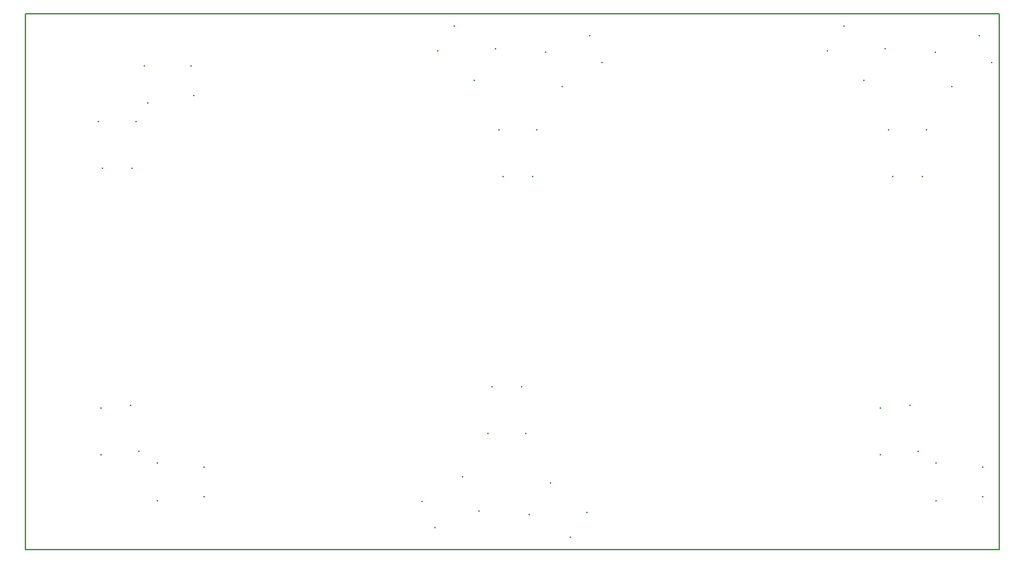
<source format=gtp>
G04*
G04 #@! TF.GenerationSoftware,Altium Limited,Altium Designer,19.0.10 (269)*
G04*
G04 Layer_Color=8421504*
%FSLAX44Y44*%
%MOMM*%
G71*
G01*
G75*
%ADD14C,0.2000*%
%ADD15C,0.2000*%
D14*
X762500Y-250D02*
X767500D01*
X842500D02*
X847750D01*
X0Y0D02*
Y660000D01*
X1200000D01*
X1200000Y0D01*
X0D02*
X1200000D01*
D15*
X611200Y200310D02*
D03*
X574800D02*
D03*
X569700Y142730D02*
D03*
X616300D02*
D03*
X538470Y89330D02*
D03*
X488960Y59510D02*
D03*
X504920Y26790D02*
D03*
X558900Y47450D02*
D03*
X620840Y43110D02*
D03*
X646900Y81750D02*
D03*
X671430Y15150D02*
D03*
X691780Y45320D02*
D03*
X1090000Y177560D02*
D03*
X1053730Y174390D02*
D03*
X1100090Y120650D02*
D03*
X1053670Y116590D02*
D03*
X1122420Y106300D02*
D03*
X1180000Y101200D02*
D03*
Y64800D02*
D03*
X1122420Y59700D02*
D03*
X1068800Y459690D02*
D03*
X1105200D02*
D03*
X1110300Y517270D02*
D03*
X1063700D02*
D03*
X1141530Y570670D02*
D03*
X1191040Y600490D02*
D03*
X1175080Y633210D02*
D03*
X1121100Y612550D02*
D03*
X1059160Y616890D02*
D03*
X1033100Y578250D02*
D03*
X1008570Y644850D02*
D03*
X988220Y614680D02*
D03*
X588800Y459690D02*
D03*
X625200D02*
D03*
X630300Y517270D02*
D03*
X583700D02*
D03*
X661530Y570670D02*
D03*
X711040Y600490D02*
D03*
X695080Y633210D02*
D03*
X641100Y612550D02*
D03*
X579160Y616890D02*
D03*
X553100Y578250D02*
D03*
X528570Y644850D02*
D03*
X508220Y614680D02*
D03*
X130000Y177560D02*
D03*
X93730Y174390D02*
D03*
X140090Y120650D02*
D03*
X93670Y116590D02*
D03*
X162420Y106300D02*
D03*
X220000Y101200D02*
D03*
Y64800D02*
D03*
X162420Y59700D02*
D03*
X207561Y560001D02*
D03*
X204390Y596270D02*
D03*
X150650Y549909D02*
D03*
X146590Y596330D02*
D03*
X136299Y527579D02*
D03*
X131200Y470001D02*
D03*
X94800Y470000D02*
D03*
X89700Y527580D02*
D03*
M02*

</source>
